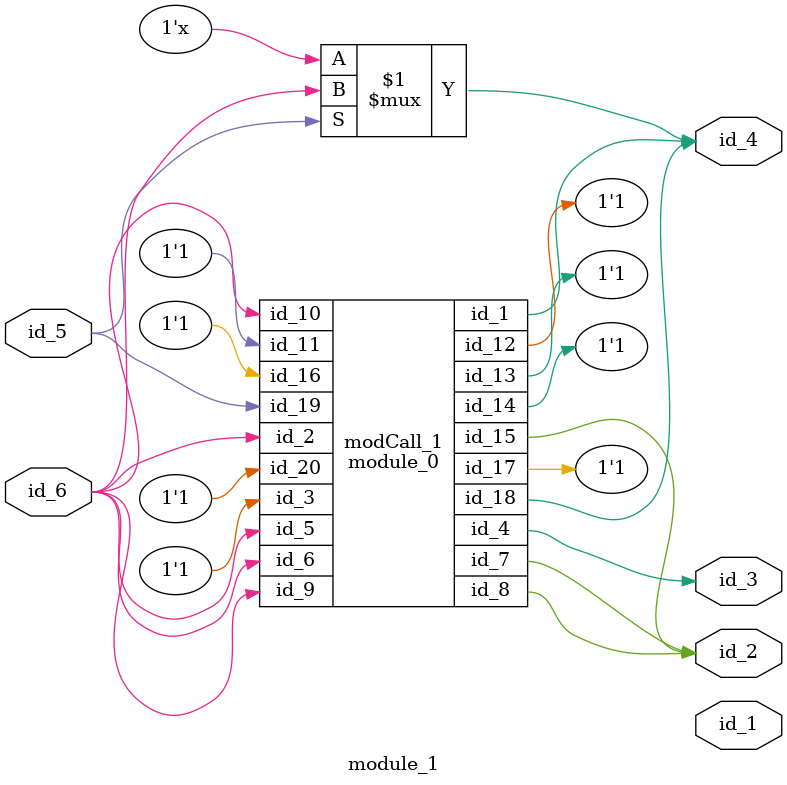
<source format=v>
module module_0 (
    id_1,
    id_2,
    id_3,
    id_4,
    id_5,
    id_6,
    id_7,
    id_8,
    id_9,
    id_10,
    id_11,
    id_12,
    id_13,
    id_14,
    id_15,
    id_16,
    id_17,
    id_18,
    id_19,
    id_20
);
  input wire id_20;
  input wire id_19;
  output wire id_18;
  inout wire id_17;
  input wire id_16;
  output wire id_15;
  inout wire id_14;
  output wire id_13;
  inout wire id_12;
  input wire id_11;
  input wire id_10;
  input wire id_9;
  output wire id_8;
  output wire id_7;
  input wire id_6;
  input wire id_5;
  output wire id_4;
  input wire id_3;
  input wire id_2;
  output wire id_1;
  wire id_21;
  ;
  wire id_22;
endmodule
module module_1 (
    id_1,
    id_2,
    id_3,
    id_4,
    id_5,
    id_6
);
  inout wire id_6;
  input wire id_5;
  output wire id_4;
  output wire id_3;
  bufif1 primCall (id_4, id_6, id_5);
  output wire id_2;
  output wire id_1;
  parameter id_7 = 1;
  module_0 modCall_1 (
      id_4,
      id_6,
      id_7,
      id_3,
      id_6,
      id_6,
      id_2,
      id_2,
      id_6,
      id_6,
      id_7,
      id_7,
      id_7,
      id_7,
      id_2,
      id_7,
      id_7,
      id_4,
      id_5,
      id_7
  );
endmodule

</source>
